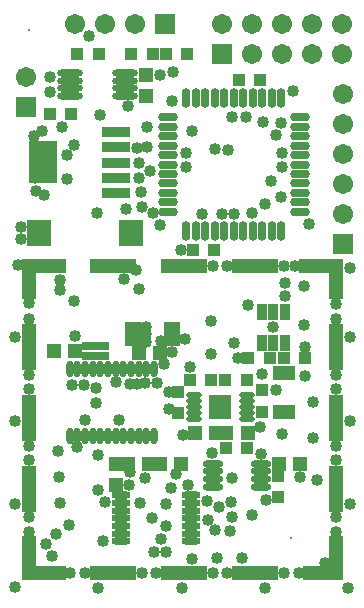
<source format=gts>
G04 Layer_Color=8388736*
%FSLAX24Y24*%
%MOIN*%
G70*
G01*
G75*
%ADD88R,0.0434X0.0434*%
%ADD89R,0.0533X0.0789*%
%ADD90R,0.0454X0.0474*%
%ADD91O,0.0671X0.0257*%
%ADD92R,0.0434X0.0434*%
%ADD93R,0.0257X0.0257*%
%ADD94R,0.0198X0.0257*%
%ADD95O,0.0237X0.0552*%
%ADD96O,0.0297X0.0651*%
%ADD97O,0.0651X0.0297*%
%ADD98O,0.0848X0.0237*%
%ADD99O,0.0631X0.0257*%
%ADD100R,0.0741X0.0820*%
%ADD101O,0.0513X0.0200*%
%ADD102R,0.0926X0.0356*%
%ADD103R,0.0926X0.1438*%
%ADD104R,0.0789X0.0867*%
%ADD105R,0.0474X0.0454*%
%ADD106R,0.0749X0.0513*%
%ADD107R,0.0324X0.0560*%
%ADD108R,0.0474X0.1576*%
%ADD109R,0.1486X0.0474*%
%ADD110R,0.0474X0.1486*%
%ADD111R,0.0474X0.1356*%
%ADD112R,0.1356X0.0474*%
%ADD113R,0.1576X0.0474*%
%ADD114R,0.0671X0.0671*%
%ADD115C,0.0671*%
%ADD116R,0.0671X0.0671*%
%ADD117C,0.0080*%
%ADD118C,0.0400*%
D88*
X17638Y27087D02*
D03*
X18346D02*
D03*
X17913Y14803D02*
D03*
X17205D02*
D03*
X16102Y21417D02*
D03*
X16811D02*
D03*
X12954Y27950D02*
D03*
X12246D02*
D03*
X15906Y27953D02*
D03*
X15197D02*
D03*
X12048Y25952D02*
D03*
X11339D02*
D03*
X14754Y27950D02*
D03*
X14046D02*
D03*
X17180Y17087D02*
D03*
X17889D02*
D03*
X16708D02*
D03*
X15999D02*
D03*
X19843Y17795D02*
D03*
X19134D02*
D03*
X17953D02*
D03*
X18661D02*
D03*
D89*
X15413Y18622D02*
D03*
X14114D02*
D03*
D90*
X19666Y14289D02*
D03*
X18957D02*
D03*
X11464Y18040D02*
D03*
X12173D02*
D03*
X17220Y15315D02*
D03*
X17928D02*
D03*
X16865D02*
D03*
X16157D02*
D03*
X14646Y14291D02*
D03*
X13937D02*
D03*
X15000Y17992D02*
D03*
X14291D02*
D03*
X15709Y14291D02*
D03*
X15000D02*
D03*
D91*
X16784Y14293D02*
D03*
Y14037D02*
D03*
Y13781D02*
D03*
Y13525D02*
D03*
X18379Y14293D02*
D03*
Y14037D02*
D03*
Y13781D02*
D03*
Y13525D02*
D03*
D92*
X18952Y13165D02*
D03*
Y13873D02*
D03*
X15608Y15965D02*
D03*
Y16673D02*
D03*
X18401Y16022D02*
D03*
Y16730D02*
D03*
D93*
X12539Y18200D02*
D03*
X13169D02*
D03*
Y17875D02*
D03*
X12539D02*
D03*
D94*
X12949Y18200D02*
D03*
X12759D02*
D03*
Y17875D02*
D03*
X12949D02*
D03*
D95*
X14806Y17452D02*
D03*
X14550D02*
D03*
X14294D02*
D03*
X14039D02*
D03*
X13783D02*
D03*
X13527D02*
D03*
X13271D02*
D03*
X13015D02*
D03*
X12759D02*
D03*
X12503D02*
D03*
X12247D02*
D03*
X11991D02*
D03*
X14806Y15207D02*
D03*
X14550D02*
D03*
X14294D02*
D03*
X14039D02*
D03*
X13783D02*
D03*
X13527D02*
D03*
X13271D02*
D03*
X13015D02*
D03*
X12759D02*
D03*
X12503D02*
D03*
X12247D02*
D03*
X11991D02*
D03*
D96*
X15887Y22053D02*
D03*
X16202D02*
D03*
X16517D02*
D03*
X16832D02*
D03*
X17147D02*
D03*
X17462D02*
D03*
X17777D02*
D03*
X18092D02*
D03*
X18407D02*
D03*
X18722D02*
D03*
X19037D02*
D03*
Y26463D02*
D03*
X18722D02*
D03*
X18407D02*
D03*
X18092D02*
D03*
X17777D02*
D03*
X17462D02*
D03*
X17147D02*
D03*
X16832D02*
D03*
X16517D02*
D03*
X16202D02*
D03*
X15887D02*
D03*
D97*
X19666Y22683D02*
D03*
Y22998D02*
D03*
Y23313D02*
D03*
Y23628D02*
D03*
Y23943D02*
D03*
Y24258D02*
D03*
Y24573D02*
D03*
Y24888D02*
D03*
Y25203D02*
D03*
Y25518D02*
D03*
Y25833D02*
D03*
X15257D02*
D03*
Y25518D02*
D03*
Y25203D02*
D03*
Y24888D02*
D03*
Y24573D02*
D03*
Y24258D02*
D03*
Y23943D02*
D03*
Y23628D02*
D03*
Y23313D02*
D03*
Y22998D02*
D03*
Y22683D02*
D03*
D98*
X13841Y26544D02*
D03*
Y26794D02*
D03*
Y27044D02*
D03*
Y27294D02*
D03*
X12010Y26544D02*
D03*
Y26794D02*
D03*
Y27044D02*
D03*
Y27294D02*
D03*
D99*
X13698Y13238D02*
D03*
Y12982D02*
D03*
Y12726D02*
D03*
Y12470D02*
D03*
Y12215D02*
D03*
Y11959D02*
D03*
Y11703D02*
D03*
X16021Y13238D02*
D03*
Y12982D02*
D03*
Y12726D02*
D03*
Y12470D02*
D03*
Y12215D02*
D03*
Y11959D02*
D03*
Y11703D02*
D03*
D100*
X17018Y16179D02*
D03*
D101*
X16132Y16573D02*
D03*
Y16376D02*
D03*
Y16179D02*
D03*
Y15982D02*
D03*
Y15785D02*
D03*
X17904Y16573D02*
D03*
Y16376D02*
D03*
Y16179D02*
D03*
Y15982D02*
D03*
Y15785D02*
D03*
D102*
X13546Y23311D02*
D03*
Y23813D02*
D03*
Y24315D02*
D03*
Y24827D02*
D03*
Y25329D02*
D03*
D103*
X11105Y24335D02*
D03*
D104*
X10955Y21978D02*
D03*
X14026D02*
D03*
D105*
X14536Y26531D02*
D03*
Y27239D02*
D03*
X13543Y14291D02*
D03*
Y13583D02*
D03*
D106*
X19134Y17303D02*
D03*
Y16004D02*
D03*
D107*
X18406Y18303D02*
D03*
Y19335D02*
D03*
X18780D02*
D03*
Y18303D02*
D03*
X19154Y19335D02*
D03*
Y18303D02*
D03*
D108*
X10630Y13453D02*
D03*
Y15815D02*
D03*
Y18177D02*
D03*
X20870D02*
D03*
Y15815D02*
D03*
Y13453D02*
D03*
D109*
X11136Y10630D02*
D03*
Y20870D02*
D03*
X20364D02*
D03*
D110*
X10630Y11136D02*
D03*
X20870D02*
D03*
D111*
X10630Y20429D02*
D03*
X20870D02*
D03*
D112*
X20429Y10630D02*
D03*
D113*
X18177D02*
D03*
X15815D02*
D03*
X13453D02*
D03*
Y20870D02*
D03*
X15815D02*
D03*
X18177D02*
D03*
D114*
X10551Y26181D02*
D03*
X21102Y21614D02*
D03*
D115*
X10551Y27181D02*
D03*
X14157Y28937D02*
D03*
X13157D02*
D03*
X12157D02*
D03*
X17063D02*
D03*
X18063Y27937D02*
D03*
Y28937D02*
D03*
X19063Y27937D02*
D03*
Y28937D02*
D03*
X20063Y27937D02*
D03*
Y28937D02*
D03*
X21063Y27937D02*
D03*
Y28937D02*
D03*
X21102Y22614D02*
D03*
Y23614D02*
D03*
Y24614D02*
D03*
Y25614D02*
D03*
Y26614D02*
D03*
D116*
X15157Y28937D02*
D03*
X17063Y27937D02*
D03*
D117*
X10630Y28740D02*
D03*
X19370Y11811D02*
D03*
D118*
X12940Y14570D02*
D03*
X14670Y24060D02*
D03*
X12520Y15760D02*
D03*
X12860Y16320D02*
D03*
X12870Y16820D02*
D03*
X11650Y13840D02*
D03*
X11660Y12990D02*
D03*
X11980Y12260D02*
D03*
X16060Y11120D02*
D03*
X16920Y11140D02*
D03*
X17740Y11150D02*
D03*
X18070Y12580D02*
D03*
X17370Y13020D02*
D03*
X20510Y10990D02*
D03*
X20240Y13750D02*
D03*
X19060Y15280D02*
D03*
X20100Y15150D02*
D03*
Y16350D02*
D03*
X18420Y17270D02*
D03*
X19830Y17200D02*
D03*
X19800Y18920D02*
D03*
X19810Y20210D02*
D03*
X16720Y17940D02*
D03*
Y19030D02*
D03*
X11610Y14710D02*
D03*
X10630Y14400D02*
D03*
X12250Y14850D02*
D03*
X19450Y26700D02*
D03*
X19050Y25650D02*
D03*
X15450Y27350D02*
D03*
X12650Y28550D02*
D03*
X19961Y22283D02*
D03*
X18858Y25236D02*
D03*
X18425Y25669D02*
D03*
X14567Y24833D02*
D03*
X19124Y20870D02*
D03*
X16408Y22614D02*
D03*
X17478D02*
D03*
X19666Y13845D02*
D03*
X18522Y13079D02*
D03*
X16742Y14629D02*
D03*
X17402Y13819D02*
D03*
X12059Y16920D02*
D03*
X13112Y11703D02*
D03*
X14288Y23815D02*
D03*
X12888Y22645D02*
D03*
X12128Y24905D02*
D03*
X14238Y24825D02*
D03*
X14289Y24315D02*
D03*
X11336Y26675D02*
D03*
X11326Y27175D02*
D03*
X13926Y26195D02*
D03*
X13016Y25925D02*
D03*
X17068Y22594D02*
D03*
X15868Y24192D02*
D03*
Y24652D02*
D03*
X17855Y25852D02*
D03*
X17395D02*
D03*
X19055Y24179D02*
D03*
X15041Y11790D02*
D03*
X15211Y12210D02*
D03*
X14351Y12980D02*
D03*
X15191Y12960D02*
D03*
X14731Y12480D02*
D03*
X14994Y27242D02*
D03*
X17254Y24754D02*
D03*
X11063Y25374D02*
D03*
X11142Y23258D02*
D03*
X13858Y22776D02*
D03*
X19055Y24639D02*
D03*
X14390Y22854D02*
D03*
X14370Y23356D02*
D03*
X16073Y25374D02*
D03*
X15394Y26378D02*
D03*
X10817Y25207D02*
D03*
X10856Y23386D02*
D03*
X13630Y15729D02*
D03*
X12480Y16919D02*
D03*
X11750Y25520D02*
D03*
X16830Y24780D02*
D03*
X18720Y23710D02*
D03*
X18510Y22960D02*
D03*
X13160Y13020D02*
D03*
X21277Y10160D02*
D03*
X10160Y10167D02*
D03*
X18071Y22638D02*
D03*
X14567Y25512D02*
D03*
X10827Y24843D02*
D03*
Y24331D02*
D03*
Y23819D02*
D03*
X11890Y23780D02*
D03*
Y24567D02*
D03*
X10354Y21772D02*
D03*
Y22165D02*
D03*
X21336Y18500D02*
D03*
X20870Y17230D02*
D03*
Y19124D02*
D03*
Y16762D02*
D03*
X21336Y15723D02*
D03*
X20870Y14868D02*
D03*
Y14400D02*
D03*
X21336Y12945D02*
D03*
X20870Y12506D02*
D03*
X14200Y20730D02*
D03*
X20876Y19604D02*
D03*
X19506Y20876D02*
D03*
X10160Y12945D02*
D03*
X10630Y12506D02*
D03*
Y16762D02*
D03*
X10160Y15723D02*
D03*
X10630Y14868D02*
D03*
Y19124D02*
D03*
X10160Y18500D02*
D03*
X10630Y17230D02*
D03*
X10256Y20925D02*
D03*
X10630Y19644D02*
D03*
X20866Y12006D02*
D03*
X19644Y10630D02*
D03*
X19124D02*
D03*
X18500Y10160D02*
D03*
X17230Y10630D02*
D03*
X16762D02*
D03*
X14868D02*
D03*
X15723Y10160D02*
D03*
X10630Y12010D02*
D03*
X12020Y10630D02*
D03*
X14400D02*
D03*
X12506D02*
D03*
X12945Y10160D02*
D03*
X15763Y15236D02*
D03*
X18322Y15512D02*
D03*
X15290Y16673D02*
D03*
Y16102D02*
D03*
X15999Y17520D02*
D03*
X17023Y16378D02*
D03*
X17015Y16071D02*
D03*
X14899Y16980D02*
D03*
X14488Y16968D02*
D03*
X15354Y13465D02*
D03*
X14488Y13819D02*
D03*
X11417Y11220D02*
D03*
X11220Y11614D02*
D03*
X11535Y11929D02*
D03*
X14803Y11339D02*
D03*
X12953Y13425D02*
D03*
X13976Y13583D02*
D03*
X14016Y14016D02*
D03*
X15551Y13937D02*
D03*
X17402Y12520D02*
D03*
X18371Y14621D02*
D03*
X17598Y17795D02*
D03*
X18780Y18858D02*
D03*
X19154Y20295D02*
D03*
Y19882D02*
D03*
X19843Y18189D02*
D03*
X18858Y16732D02*
D03*
X19021Y23184D02*
D03*
X14291Y20118D02*
D03*
X13819Y20433D02*
D03*
X17953Y19567D02*
D03*
X17480Y18307D02*
D03*
X12165Y18543D02*
D03*
X11654Y20394D02*
D03*
X11654Y20079D02*
D03*
X12126Y19724D02*
D03*
X15709Y21417D02*
D03*
X14764Y22638D02*
D03*
X15010Y22250D02*
D03*
X21336Y20800D02*
D03*
X15932Y13578D02*
D03*
X16575Y13031D02*
D03*
X17323Y12037D02*
D03*
X16850Y12076D02*
D03*
X16968Y12835D02*
D03*
X16590Y12410D02*
D03*
X15200Y11350D02*
D03*
X17230Y20870D02*
D03*
X16762D02*
D03*
X13527Y17017D02*
D03*
X14230Y16960D02*
D03*
X13990D02*
D03*
X15420Y18000D02*
D03*
X15850Y18430D02*
D03*
X15140Y17620D02*
D03*
X15040Y18390D02*
D03*
X14540Y18360D02*
D03*
Y18600D02*
D03*
Y18840D02*
D03*
M02*

</source>
